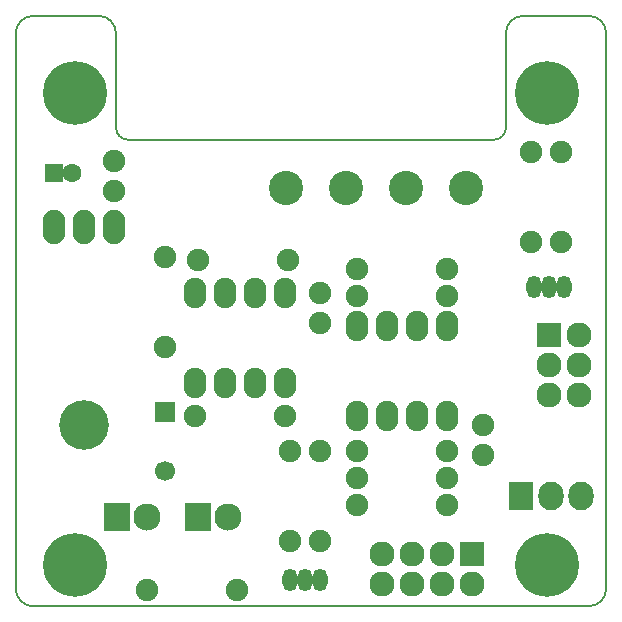
<source format=gts>
G04 #@! TF.FileFunction,Soldermask,Top*
%FSLAX46Y46*%
G04 Gerber Fmt 4.6, Leading zero omitted, Abs format (unit mm)*
G04 Created by KiCad (PCBNEW 4.0.2+dfsg1-stable) date Di 24 Jul 2018 15:00:46 CEST*
%MOMM*%
G01*
G04 APERTURE LIST*
%ADD10C,0.100000*%
%ADD11C,0.150000*%
%ADD12O,1.901140X2.599640*%
%ADD13C,2.900000*%
%ADD14C,5.400000*%
%ADD15R,2.127200X2.127200*%
%ADD16O,2.127200X2.127200*%
%ADD17C,1.901140*%
%ADD18R,1.600000X1.600000*%
%ADD19C,1.600000*%
%ADD20C,1.900000*%
%ADD21R,2.127200X2.432000*%
%ADD22O,2.127200X2.432000*%
%ADD23O,1.299160X1.901140*%
%ADD24O,1.901140X2.899360*%
%ADD25C,4.199840*%
%ADD26R,2.300000X2.400000*%
%ADD27C,2.300000*%
%ADD28R,1.700000X1.700000*%
%ADD29C,1.700000*%
G04 APERTURE END LIST*
D10*
D11*
X161950000Y-95350000D02*
X161950000Y-103350000D01*
X168950000Y-93850000D02*
X163450000Y-93850000D01*
X127450000Y-93850000D02*
X121950000Y-93850000D01*
X128950000Y-103350000D02*
X128950000Y-95350000D01*
X160950000Y-104350000D02*
X129950000Y-104350000D01*
X160950000Y-104350000D02*
G75*
G03X161950000Y-103350000I0J1000000D01*
G01*
X128950000Y-103350000D02*
G75*
G03X129950000Y-104350000I1000000J0D01*
G01*
X128950000Y-95350000D02*
G75*
G03X127450000Y-93850000I-1500000J0D01*
G01*
X163450000Y-93850000D02*
G75*
G03X161950000Y-95350000I0J-1500000D01*
G01*
X120450000Y-95350000D02*
X120450000Y-142350000D01*
X170450000Y-142350000D02*
X170450000Y-95350000D01*
X120450000Y-142350000D02*
G75*
G03X121950000Y-143850000I1500000J0D01*
G01*
X168950000Y-143850000D02*
G75*
G03X170450000Y-142350000I0J1500000D01*
G01*
X121950000Y-93850000D02*
G75*
G03X120450000Y-95350000I0J-1500000D01*
G01*
X170450000Y-95350000D02*
G75*
G03X168950000Y-93850000I-1500000J0D01*
G01*
X168950000Y-143850000D02*
X121950000Y-143850000D01*
D12*
X156972000Y-120142000D03*
X154432000Y-120142000D03*
X151892000Y-120142000D03*
X149352000Y-120142000D03*
X149352000Y-127762000D03*
X151892000Y-127762000D03*
X154432000Y-127762000D03*
X156972000Y-127762000D03*
D13*
X143330000Y-108450000D03*
X148410000Y-108450000D03*
X158570000Y-108450000D03*
X153490000Y-108450000D03*
D14*
X125450000Y-140350000D03*
X165450000Y-140350000D03*
X125450000Y-100350000D03*
D15*
X159050000Y-139450000D03*
D16*
X159050000Y-141990000D03*
X156510000Y-139450000D03*
X156510000Y-141990000D03*
X153970000Y-139450000D03*
X153970000Y-141990000D03*
X151430000Y-139450000D03*
X151430000Y-141990000D03*
D14*
X165450000Y-100350000D03*
D17*
X128778000Y-108712000D03*
X128778000Y-106172000D03*
X160020000Y-128524000D03*
X160020000Y-131064000D03*
D18*
X123710000Y-107188000D03*
D19*
X125210000Y-107188000D03*
D20*
X156972000Y-117602000D03*
X149352000Y-117602000D03*
D15*
X165608000Y-120904000D03*
D16*
X168148000Y-120904000D03*
X165608000Y-123444000D03*
X168148000Y-123444000D03*
X165608000Y-125984000D03*
X168148000Y-125984000D03*
D21*
X163195000Y-134493000D03*
D22*
X165735000Y-134493000D03*
X168275000Y-134493000D03*
D23*
X144907000Y-141605000D03*
X146177000Y-141605000D03*
X143637000Y-141605000D03*
D20*
X146177000Y-138303000D03*
X146177000Y-130683000D03*
X156972000Y-135255000D03*
X149352000Y-135255000D03*
X156972000Y-130683000D03*
X149352000Y-130683000D03*
X156972000Y-132969000D03*
X149352000Y-132969000D03*
D24*
X126238000Y-111760000D03*
X128778000Y-111760000D03*
X123698000Y-111760000D03*
D25*
X126238000Y-128524000D03*
D26*
X129032000Y-136271000D03*
D27*
X131572000Y-136271000D03*
D20*
X131572000Y-142494000D03*
X139192000Y-142494000D03*
X156972000Y-115316000D03*
X149352000Y-115316000D03*
D17*
X146177000Y-117348000D03*
X146177000Y-119888000D03*
D20*
X133096000Y-121920000D03*
X133096000Y-114300000D03*
D26*
X135890000Y-136271000D03*
D27*
X138430000Y-136271000D03*
D20*
X143510000Y-114554000D03*
X135890000Y-114554000D03*
X143256000Y-127762000D03*
X135636000Y-127762000D03*
D12*
X135636000Y-124968000D03*
X138176000Y-124968000D03*
X140716000Y-124968000D03*
X143256000Y-124968000D03*
X143256000Y-117348000D03*
X140716000Y-117348000D03*
X138176000Y-117348000D03*
X135636000Y-117348000D03*
D28*
X133096000Y-127381000D03*
D29*
X133096000Y-132381000D03*
D23*
X165608000Y-116840000D03*
X166878000Y-116840000D03*
X164338000Y-116840000D03*
D20*
X166624000Y-113030000D03*
X166624000Y-105410000D03*
X164084000Y-105410000D03*
X164084000Y-113030000D03*
X143637000Y-130683000D03*
X143637000Y-138303000D03*
M02*

</source>
